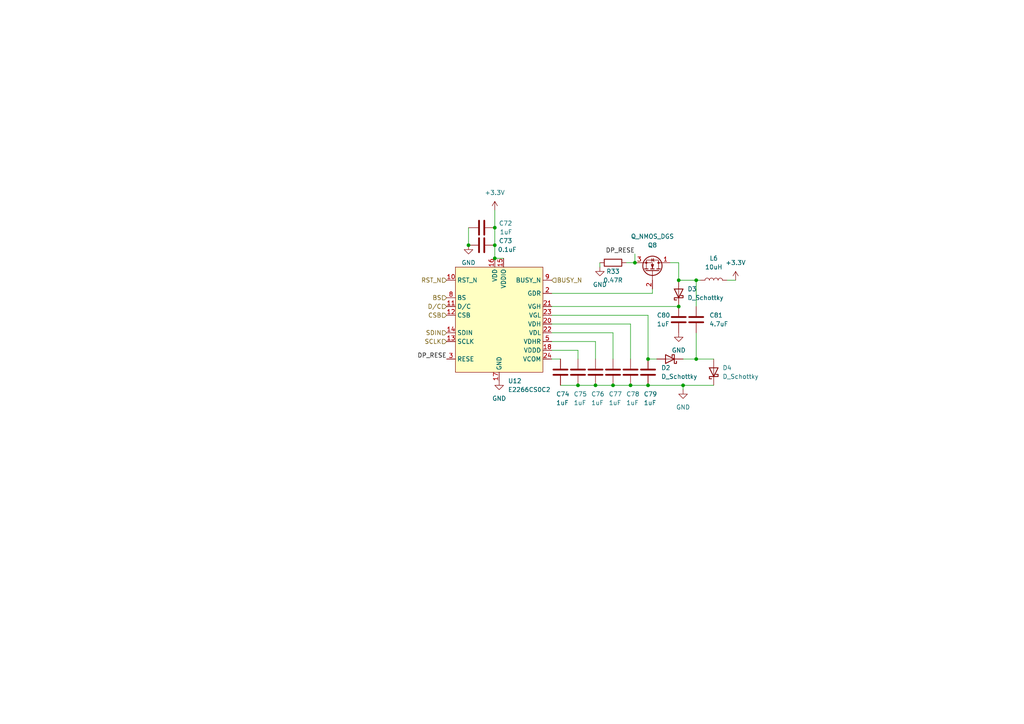
<source format=kicad_sch>
(kicad_sch (version 20211123) (generator eeschema)
  (paper "A4")
  (lib_symbols
    (symbol "Device:C" (pin_numbers hide) (pin_names (offset 0.254))
      (property "Reference" "C" (at 0.635 2.54 0))
      (property "Value" "C" (at 0.635 -2.54 0))
      (symbol "C_0_1"
        (polyline (pts (xy -2.032 -0.762) (xy 2.032 -0.762)) (stroke (width 0.508)))
        (polyline (pts (xy -2.032 0.762) (xy 2.032 0.762)) (stroke (width 0.508)))
      )
      (symbol "C_1_1"
        (pin passive line (at 0 3.81 270) (length 2.794) (name "~") (number "1"))
        (pin passive line (at 0 -3.81 90) (length 2.794) (name "~") (number "2"))
      )
    )
    (symbol "Device:D_Schottky" (pin_numbers hide) (pin_names (offset 1.016) hide)
      (property "Reference" "D" (at 0 2.54 0))
      (property "Value" "D_Schottky" (at 0 -2.54 0))
      (symbol "D_Schottky_0_1"
        (polyline (pts (xy 1.27 0) (xy -1.27 0)))
        (polyline (pts (xy 1.27 1.27) (xy 1.27 -1.27) (xy -1.27 0) (xy 1.27 1.27)) (stroke (width 0.254)))
        (polyline (pts (xy -1.905 0.635) (xy -1.905 1.27) (xy -1.27 1.27) (xy -1.27 -1.27) (xy -0.635 -1.27) (xy -0.635 -0.635)) (stroke (width 0.254)))
      )
      (symbol "D_Schottky_1_1"
        (pin passive line (at -3.81 0 0) (length 2.54) (name "K") (number "1"))
        (pin passive line (at 3.81 0 180) (length 2.54) (name "A") (number "2"))
      )
    )
    (symbol "Device:L" (pin_numbers hide) (pin_names (offset 1.016) hide)
      (property "Reference" "L" (at -1.27 0 90))
      (property "Value" "L" (at 1.905 0 90))
      (symbol "L_0_1"
        (arc (start 0 -2.54) (mid 0.635 -1.905) (end 0 -1.27))
        (arc (start 0 -1.27) (mid 0.635 -0.635) (end 0 0))
        (arc (start 0 0) (mid 0.635 0.635) (end 0 1.27))
        (arc (start 0 1.27) (mid 0.635 1.905) (end 0 2.54))
      )
      (symbol "L_1_1"
        (pin passive line (at 0 3.81 270) (length 1.27) (name "1") (number "1"))
        (pin passive line (at 0 -3.81 90) (length 1.27) (name "2") (number "2"))
      )
    )
    (symbol "Device:Q_NMOS_DGS" (pin_names (offset 0) hide)
      (property "Reference" "Q" (at 5.08 1.27 0))
      (property "Value" "Q_NMOS_DGS" (at 5.08 -1.27 0))
      (symbol "Q_NMOS_DGS_0_1"
        (polyline (pts (xy 0.254 0) (xy -2.54 0)))
        (polyline (pts (xy 0.254 1.905) (xy 0.254 -1.905)) (stroke (width 0.254)))
        (polyline (pts (xy 0.762 -1.27) (xy 0.762 -2.286)) (stroke (width 0.254)))
        (polyline (pts (xy 0.762 0.508) (xy 0.762 -0.508)) (stroke (width 0.254)))
        (polyline (pts (xy 0.762 2.286) (xy 0.762 1.27)) (stroke (width 0.254)))
        (polyline (pts (xy 2.54 2.54) (xy 2.54 1.778)))
        (polyline (pts (xy 2.54 -2.54) (xy 2.54 0) (xy 0.762 0)))
        (polyline (pts (xy 0.762 -1.778) (xy 3.302 -1.778) (xy 3.302 1.778) (xy 0.762 1.778)))
        (polyline (pts (xy 1.016 0) (xy 2.032 0.381) (xy 2.032 -0.381) (xy 1.016 0)) (fill (type outline)))
        (polyline (pts (xy 2.794 0.508) (xy 2.921 0.381) (xy 3.683 0.381) (xy 3.81 0.254)))
        (polyline (pts (xy 3.302 0.381) (xy 2.921 -0.254) (xy 3.683 -0.254) (xy 3.302 0.381)))
        (circle (center 1.651 0) (radius 2.794) (stroke (width 0.254)))
        (circle (center 2.54 -1.778) (radius 0.254) (fill (type outline)))
        (circle (center 2.54 1.778) (radius 0.254) (fill (type outline)))
      )
      (symbol "Q_NMOS_DGS_1_1"
        (pin passive line (at 2.54 5.08 270) (length 2.54) (name "D") (number "1"))
        (pin input line (at -5.08 0 0) (length 2.54) (name "G") (number "2"))
        (pin passive line (at 2.54 -5.08 90) (length 2.54) (name "S") (number "3"))
      )
    )
    (symbol "Device:R" (pin_numbers hide) (pin_names (offset 0))
      (property "Reference" "R" (at 2.032 0 90))
      (property "Value" "R" (at 0 0 90))
      (symbol "R_0_1"
        (rectangle (start -1.016 -2.54) (end 1.016 2.54) (stroke (width 0.254)))
      )
      (symbol "R_1_1"
        (pin passive line (at 0 3.81 270) (length 1.27) (name "~") (number "1"))
        (pin passive line (at 0 -3.81 90) (length 1.27) (name "~") (number "2"))
      )
    )
    (symbol "airsoft_controller:E2266CS0C2"
      (property "Reference" "U" (at 5.08 19.05 0))
      (property "Value" "E2266CS0C2" (at 10.16 16.51 0))
      (symbol "E2266CS0C2_0_0"
        (pin no_connect line (at -12.7 -8.89 0) (length 2.54) hide (name "NC") (number "1"))
        (pin input line (at -15.24 11.43 0) (length 2.54) (name "RST_N") (number "10"))
        (pin input line (at -15.24 3.81 0) (length 2.54) (name "D/C") (number "11"))
        (pin input line (at -15.24 1.27 0) (length 2.54) (name "CSB") (number "12"))
        (pin input line (at -15.24 -6.35 0) (length 2.54) (name "SCLK") (number "13"))
        (pin input line (at -15.24 -3.81 0) (length 2.54) (name "SDIN") (number "14"))
        (pin passive line (at 1.27 17.78 270) (length 2.54) (name "VDDIO") (number "15"))
        (pin passive line (at -1.27 17.78 270) (length 2.54) (name "VDD") (number "16"))
        (pin passive line (at 0 -17.78 90) (length 2.54) (name "GND") (number "17"))
        (pin passive line (at 15.24 -8.89 180) (length 2.54) (name "VDDD") (number "18"))
        (pin no_connect line (at -12.7 -1.27 0) (length 2.54) hide (name "NC") (number "19"))
        (pin output line (at 15.24 7.62 180) (length 2.54) (name "GDR") (number "2"))
        (pin passive line (at 15.24 -1.27 180) (length 2.54) (name "VDH") (number "20"))
        (pin passive line (at 15.24 3.81 180) (length 2.54) (name "VGH") (number "21"))
        (pin passive line (at 15.24 -3.81 180) (length 2.54) (name "VDL") (number "22"))
        (pin passive line (at 15.24 1.27 180) (length 2.54) (name "VGL") (number "23"))
        (pin passive line (at 15.24 -11.43 180) (length 2.54) (name "VCOM") (number "24"))
        (pin input line (at -15.24 -11.43 0) (length 2.54) (name "RESE") (number "3"))
        (pin no_connect line (at -12.7 -13.97 0) (length 2.54) hide (name "NC") (number "4"))
        (pin passive line (at 15.24 -6.35 180) (length 2.54) (name "VDHR") (number "5"))
        (pin no_connect line (at -12.7 8.89 0) (length 2.54) hide (name "NC") (number "6"))
        (pin no_connect line (at 12.7 -13.97 180) (length 2.54) hide (name "NC") (number "7"))
        (pin input line (at -15.24 6.35 0) (length 2.54) (name "BS") (number "8"))
        (pin output line (at 15.24 11.43 180) (length 2.54) (name "BUSY_N") (number "9"))
      )
      (symbol "E2266CS0C2_0_1"
        (rectangle (start -12.7 15.24) (end 12.7 -15.24) (fill (type background)))
      )
    )
    (symbol "power:+3.3V" (power) (pin_names (offset 0))
      (property "Value" "+3.3V" (at 0 3.556 0))
      (symbol "+3.3V_0_1"
        (polyline (pts (xy -0.762 1.27) (xy 0 2.54)))
        (polyline (pts (xy 0 0) (xy 0 2.54)))
        (polyline (pts (xy 0 2.54) (xy 0.762 1.27)))
      )
      (symbol "+3.3V_1_1"
        (pin power_in line (at 0 0 90) (length 0) hide (name "+3.3V") (number "1"))
      )
    )
    (symbol "power:GND" (power) (pin_names (offset 0))
      (property "Value" "GND" (at 0 -3.81 0))
      (symbol "GND_0_1"
        (polyline (pts (xy 0 0) (xy 0 -1.27) (xy 1.27 -1.27) (xy 0 -2.54) (xy -1.27 -1.27) (xy 0 -1.27)))
      )
      (symbol "GND_1_1"
        (pin power_in line (at 0 0 270) (length 0) hide (name "GND") (number "1"))
      )
    )
  )
  (junction (at 196.85 88.9))
  (junction (at 198.12 111.76))
  (junction (at 143.51 71.12))
  (junction (at 143.51 74.93))
  (junction (at 187.96 111.76))
  (junction (at 201.93 81.28))
  (junction (at 184.15 76.2))
  (junction (at 196.85 81.28))
  (junction (at 201.93 104.14))
  (junction (at 187.96 104.14))
  (junction (at 143.51 66.04))
  (junction (at 167.64 111.76))
  (junction (at 182.88 111.76))
  (junction (at 172.72 111.76))
  (junction (at 135.89 71.12))
  (junction (at 177.8 111.76))
  (wire (pts (xy 160.02 88.9) (xy 196.85 88.9)))
  (wire (pts (xy 160.02 104.14) (xy 162.56 104.14)))
  (wire (pts (xy 160.02 101.6) (xy 167.64 101.6)))
  (wire (pts (xy 198.12 111.76) (xy 207.01 111.76)))
  (wire (pts (xy 182.88 93.98) (xy 182.88 104.14)))
  (wire (pts (xy 143.51 71.12) (xy 143.51 74.93)))
  (wire (pts (xy 201.93 88.9) (xy 201.93 81.28)))
  (wire (pts (xy 143.51 66.04) (xy 143.51 71.12)))
  (wire (pts (xy 177.8 111.76) (xy 182.88 111.76)))
  (wire (pts (xy 172.72 111.76) (xy 177.8 111.76)))
  (wire (pts (xy 167.64 111.76) (xy 172.72 111.76)))
  (wire (pts (xy 143.51 60.96) (xy 143.51 66.04)))
  (wire (pts (xy 213.36 81.28) (xy 210.82 81.28)))
  (wire (pts (xy 135.89 66.04) (xy 135.89 71.12)))
  (wire (pts (xy 201.93 104.14) (xy 207.01 104.14)))
  (wire (pts (xy 201.93 81.28) (xy 203.2 81.28)))
  (wire (pts (xy 184.15 76.2) (xy 184.15 73.66)))
  (wire (pts (xy 173.99 77.47) (xy 173.99 76.2)))
  (wire (pts (xy 198.12 104.14) (xy 201.93 104.14)))
  (wire (pts (xy 187.96 104.14) (xy 190.5 104.14)))
  (wire (pts (xy 189.23 85.09) (xy 160.02 85.09)))
  (wire (pts (xy 160.02 99.06) (xy 172.72 99.06)))
  (wire (pts (xy 162.56 111.76) (xy 167.64 111.76)))
  (wire (pts (xy 143.51 74.93) (xy 146.05 74.93)))
  (wire (pts (xy 182.88 111.76) (xy 187.96 111.76)))
  (wire (pts (xy 187.96 111.76) (xy 198.12 111.76)))
  (wire (pts (xy 198.12 113.03) (xy 198.12 111.76)))
  (wire (pts (xy 201.93 96.52) (xy 201.93 104.14)))
  (wire (pts (xy 196.85 76.2) (xy 196.85 81.28)))
  (wire (pts (xy 172.72 99.06) (xy 172.72 104.14)))
  (wire (pts (xy 196.85 81.28) (xy 201.93 81.28)))
  (wire (pts (xy 187.96 91.44) (xy 187.96 104.14)))
  (wire (pts (xy 160.02 96.52) (xy 177.8 96.52)))
  (wire (pts (xy 181.61 76.2) (xy 184.15 76.2)))
  (wire (pts (xy 160.02 91.44) (xy 187.96 91.44)))
  (wire (pts (xy 167.64 101.6) (xy 167.64 104.14)))
  (wire (pts (xy 177.8 96.52) (xy 177.8 104.14)))
  (wire (pts (xy 194.31 76.2) (xy 196.85 76.2)))
  (wire (pts (xy 160.02 93.98) (xy 182.88 93.98)))
  (wire (pts (xy 189.23 83.82) (xy 189.23 85.09)))
  (label "DP_RESE" (at 129.54 104.14 180))
  (label "DP_RESE" (at 184.15 73.66 180))
  (hierarchical_label "CSB" (shape input) (at 129.54 91.44 180))
  (hierarchical_label "BUSY_N" (shape input) (at 160.02 81.28 0))
  (hierarchical_label "SDIN" (shape input) (at 129.54 96.52 180))
  (hierarchical_label "SCLK" (shape input) (at 129.54 99.06 180))
  (hierarchical_label "RST_N" (shape input) (at 129.54 81.28 180))
  (hierarchical_label "D{slash}C" (shape input) (at 129.54 88.9 180))
  (hierarchical_label "BS" (shape input) (at 129.54 86.36 180))
  (symbol (lib_id "Device:C") (at 182.88 107.95 180) (unit 1)
    (property "Reference" "C78" (at 181.61 114.3 0) (effects (justify right)))
    (property "Value" "1uF" (at 181.61 116.84 0) (effects (justify right)))
  )
  (symbol (lib_id "Device:Q_NMOS_DGS") (at 189.23 78.74 270) (mirror x) (unit 1)
    (property "Reference" "Q8" (at 189.23 71.12 90))
    (property "Value" "Q_NMOS_DGS" (at 189.23 68.58 90))
  )
  (symbol (lib_id "power:GND") (at 196.85 96.52 0) (unit 1)
    (property "Reference" "#PWR095" (effects hide))
    (property "Value" "GND" (at 196.85 101.6 0))
  )
  (symbol (lib_id "power:GND") (at 135.89 71.12 0) (unit 1)
    (property "Reference" "#PWR091" (effects hide))
    (property "Value" "GND" (at 135.89 76.2 0))
  )
  (symbol (lib_id "Device:D_Schottky") (at 196.85 85.09 90) (unit 1)
    (property "Reference" "D3" (at 199.39 83.82 90) (effects (justify right)))
    (property "Value" "D_Schottky" (at 199.39 86.36 90) (effects (justify right)))
  )
  (symbol (lib_id "power:GND") (at 144.78 110.49 0) (unit 1)
    (property "Reference" "#PWR093" (effects hide))
    (property "Value" "GND" (at 144.78 115.57 0))
  )
  (symbol (lib_id "Device:C") (at 187.96 107.95 180) (unit 1)
    (property "Reference" "C79" (at 186.69 114.3 0) (effects (justify right)))
    (property "Value" "1uF" (at 186.69 116.84 0) (effects (justify right)))
  )
  (symbol (lib_id "power:+3.3V") (at 143.51 60.96 0) (unit 1)
    (property "Reference" "#PWR092" (effects hide))
    (property "Value" "+3.3V" (at 143.51 55.88 0))
  )
  (symbol (lib_id "Device:C") (at 162.56 107.95 180) (unit 1)
    (property "Reference" "C74" (at 161.29 114.3 0) (effects (justify right)))
    (property "Value" "1uF" (at 161.29 116.84 0) (effects (justify right)))
  )
  (symbol (lib_id "Device:C") (at 167.64 107.95 180) (unit 1)
    (property "Reference" "C75" (at 166.37 114.3 0) (effects (justify right)))
    (property "Value" "1uF" (at 166.37 116.84 0) (effects (justify right)))
  )
  (symbol (lib_id "Device:C") (at 139.7 71.12 270) (unit 1)
    (property "Reference" "C73" (at 148.59 69.85 90) (effects (justify right)))
    (property "Value" "0.1uF" (at 149.86 72.39 90) (effects (justify right)))
  )
  (symbol (lib_id "power:+3.3V") (at 213.36 81.28 0) (unit 1)
    (property "Reference" "#PWR097" (effects hide))
    (property "Value" "+3.3V" (at 213.36 76.2 0))
  )
  (symbol (lib_id "power:GND") (at 173.99 77.47 0) (unit 1)
    (property "Reference" "#PWR094" (effects hide))
    (property "Value" "GND" (at 173.99 82.55 0))
  )
  (symbol (lib_id "Device:D_Schottky") (at 207.01 107.95 90) (unit 1)
    (property "Reference" "D4" (at 209.55 106.68 90) (effects (justify right)))
    (property "Value" "D_Schottky" (at 209.55 109.22 90) (effects (justify right)))
  )
  (symbol (lib_id "Device:C") (at 139.7 66.04 270) (unit 1)
    (property "Reference" "C72" (at 148.59 64.77 90) (effects (justify right)))
    (property "Value" "1uF" (at 148.59 67.31 90) (effects (justify right)))
  )
  (symbol (lib_id "Device:R") (at 177.8 76.2 90) (unit 1)
    (property "Reference" "R33" (at 177.8 78.74 90))
    (property "Value" "0.47R" (at 177.8 81.28 90))
  )
  (symbol (lib_id "Device:C") (at 177.8 107.95 180) (unit 1)
    (property "Reference" "C77" (at 176.53 114.3 0) (effects (justify right)))
    (property "Value" "1uF" (at 176.53 116.84 0) (effects (justify right)))
  )
  (symbol (lib_id "Device:D_Schottky") (at 194.31 104.14 180) (unit 1)
    (property "Reference" "D2" (at 191.77 106.68 0) (effects (justify right)))
    (property "Value" "D_Schottky" (at 191.77 109.22 0) (effects (justify right)))
  )
  (symbol (lib_id "Device:C") (at 172.72 107.95 180) (unit 1)
    (property "Reference" "C76" (at 171.45 114.3 0) (effects (justify right)))
    (property "Value" "1uF" (at 171.45 116.84 0) (effects (justify right)))
  )
  (symbol (lib_id "Device:L") (at 207.01 81.28 90) (unit 1)
    (property "Reference" "L6" (at 207.01 74.93 90))
    (property "Value" "10uH" (at 207.01 77.47 90))
  )
  (symbol (lib_id "power:GND") (at 198.12 113.03 0) (unit 1)
    (property "Reference" "#PWR096" (effects hide))
    (property "Value" "GND" (at 198.12 118.11 0))
  )
  (symbol (lib_id "Device:C") (at 196.85 92.71 180) (unit 1)
    (property "Reference" "C80" (at 190.5 91.44 0) (effects (justify right)))
    (property "Value" "1uF" (at 190.5 93.98 0) (effects (justify right)))
  )
  (symbol (lib_id "Device:C") (at 201.93 92.71 180) (unit 1)
    (property "Reference" "C81" (at 205.74 91.44 0) (effects (justify right)))
    (property "Value" "4.7uF" (at 205.74 93.98 0) (effects (justify right)))
  )
  (symbol (lib_id "airsoft_controller:E2266CS0C2") (at 144.78 92.71 0) (unit 1)
    (property "Reference" "U12" (at 147.32 110.49 0) (effects (justify left)))
    (property "Value" "E2266CS0C2" (at 147.32 113.03 0) (effects (justify left)))
    (property "Datasheet" "https://www.pervasivedisplays.com/wp-content/uploads/2021/12/1P257-00_04_E2266CS0C1-E2266CS0C2_20211129.pdf" (effects hide))
  )
)
</source>
